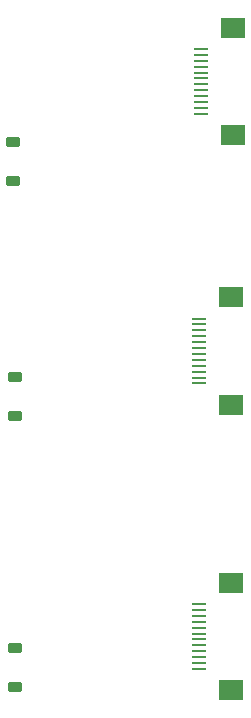
<source format=gbr>
%TF.GenerationSoftware,KiCad,Pcbnew,7.0.2*%
%TF.CreationDate,2024-09-11T13:34:27+02:00*%
%TF.ProjectId,column,636f6c75-6d6e-42e6-9b69-6361645f7063,rev?*%
%TF.SameCoordinates,Original*%
%TF.FileFunction,Paste,Bot*%
%TF.FilePolarity,Positive*%
%FSLAX46Y46*%
G04 Gerber Fmt 4.6, Leading zero omitted, Abs format (unit mm)*
G04 Created by KiCad (PCBNEW 7.0.2) date 2024-09-11 13:34:27*
%MOMM*%
%LPD*%
G01*
G04 APERTURE LIST*
G04 Aperture macros list*
%AMRoundRect*
0 Rectangle with rounded corners*
0 $1 Rounding radius*
0 $2 $3 $4 $5 $6 $7 $8 $9 X,Y pos of 4 corners*
0 Add a 4 corners polygon primitive as box body*
4,1,4,$2,$3,$4,$5,$6,$7,$8,$9,$2,$3,0*
0 Add four circle primitives for the rounded corners*
1,1,$1+$1,$2,$3*
1,1,$1+$1,$4,$5*
1,1,$1+$1,$6,$7*
1,1,$1+$1,$8,$9*
0 Add four rect primitives between the rounded corners*
20,1,$1+$1,$2,$3,$4,$5,0*
20,1,$1+$1,$4,$5,$6,$7,0*
20,1,$1+$1,$6,$7,$8,$9,0*
20,1,$1+$1,$8,$9,$2,$3,0*%
G04 Aperture macros list end*
%ADD10R,1.250000X0.280000*%
%ADD11R,2.000000X1.800000*%
%ADD12RoundRect,0.225000X-0.375000X0.225000X-0.375000X-0.225000X0.375000X-0.225000X0.375000X0.225000X0*%
G04 APERTURE END LIST*
D10*
%TO.C,J6*%
X199707000Y-117950000D03*
X199707000Y-118450000D03*
X199707000Y-118950000D03*
X199707000Y-119450000D03*
X199707000Y-119950000D03*
X199707000Y-120450000D03*
X199707000Y-120950000D03*
X199707000Y-121450000D03*
X199707000Y-121950000D03*
X199707000Y-122450000D03*
X199707000Y-122950000D03*
X199707000Y-123450000D03*
D11*
X202431000Y-125250000D03*
X202431000Y-116150000D03*
%TD*%
D10*
%TO.C,J4*%
X199707000Y-93775000D03*
X199707000Y-94275000D03*
X199707000Y-94775000D03*
X199707000Y-95275000D03*
X199707000Y-95775000D03*
X199707000Y-96275000D03*
X199707000Y-96775000D03*
X199707000Y-97275000D03*
X199707000Y-97775000D03*
X199707000Y-98275000D03*
X199707000Y-98775000D03*
X199707000Y-99275000D03*
D11*
X202431000Y-101075000D03*
X202431000Y-91975000D03*
%TD*%
%TO.C,J1*%
X202656000Y-69150000D03*
X202656000Y-78250000D03*
D10*
X199932000Y-76450000D03*
X199932000Y-75950000D03*
X199932000Y-75450000D03*
X199932000Y-74950000D03*
X199932000Y-74450000D03*
X199932000Y-73950000D03*
X199932000Y-73450000D03*
X199932000Y-72950000D03*
X199932000Y-72450000D03*
X199932000Y-71950000D03*
X199932000Y-71450000D03*
X199932000Y-70950000D03*
%TD*%
D12*
%TO.C,D3*%
X184195806Y-121702668D03*
X184195806Y-125002668D03*
%TD*%
%TO.C,D2*%
X184200000Y-98750000D03*
X184200000Y-102050000D03*
%TD*%
%TO.C,D1*%
X184004698Y-78833109D03*
X184004698Y-82133109D03*
%TD*%
M02*

</source>
